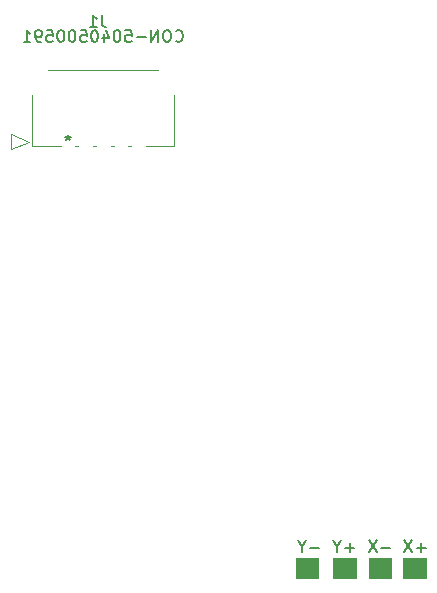
<source format=gbr>
%TF.GenerationSoftware,KiCad,Pcbnew,(5.1.10)-1*%
%TF.CreationDate,2022-06-07T21:34:51-07:00*%
%TF.ProjectId,solar-panel-WithCutout,736f6c61-722d-4706-916e-656c2d576974,1.1*%
%TF.SameCoordinates,Original*%
%TF.FileFunction,Legend,Bot*%
%TF.FilePolarity,Positive*%
%FSLAX46Y46*%
G04 Gerber Fmt 4.6, Leading zero omitted, Abs format (unit mm)*
G04 Created by KiCad (PCBNEW (5.1.10)-1) date 2022-06-07 21:34:51*
%MOMM*%
%LPD*%
G01*
G04 APERTURE LIST*
%ADD10C,0.150000*%
%ADD11C,0.100000*%
%ADD12C,0.120000*%
G04 APERTURE END LIST*
D10*
X138136523Y-143388928D02*
X137374619Y-143388928D01*
X136707952Y-143293690D02*
X136707952Y-143769880D01*
X137041285Y-142769880D02*
X136707952Y-143293690D01*
X136374619Y-142769880D01*
X144184142Y-143388928D02*
X143422238Y-143388928D01*
X143041285Y-142769880D02*
X142374619Y-143769880D01*
X142374619Y-142769880D02*
X143041285Y-143769880D01*
X141136523Y-143388928D02*
X140374619Y-143388928D01*
X140755571Y-143769880D02*
X140755571Y-143007976D01*
X139707952Y-143293690D02*
X139707952Y-143769880D01*
X140041285Y-142769880D02*
X139707952Y-143293690D01*
X139374619Y-142769880D01*
X147184142Y-143388928D02*
X146422238Y-143388928D01*
X146803190Y-143769880D02*
X146803190Y-143007976D01*
X146041285Y-142769880D02*
X145374619Y-143769880D01*
X145374619Y-142769880D02*
X146041285Y-143769880D01*
D11*
G36*
X147180500Y-145972000D02*
G01*
X145275500Y-145972000D01*
X145275500Y-144257500D01*
X147180500Y-144257500D01*
X147180500Y-145972000D01*
G37*
X147180500Y-145972000D02*
X145275500Y-145972000D01*
X145275500Y-144257500D01*
X147180500Y-144257500D01*
X147180500Y-145972000D01*
G36*
X138100000Y-145972000D02*
G01*
X136195000Y-145972000D01*
X136195000Y-144257500D01*
X138100000Y-144257500D01*
X138100000Y-145972000D01*
G37*
X138100000Y-145972000D02*
X136195000Y-145972000D01*
X136195000Y-144257500D01*
X138100000Y-144257500D01*
X138100000Y-145972000D01*
G36*
X141275000Y-145972000D02*
G01*
X139370000Y-145972000D01*
X139370000Y-144257500D01*
X141275000Y-144257500D01*
X141275000Y-145972000D01*
G37*
X141275000Y-145972000D02*
X139370000Y-145972000D01*
X139370000Y-144257500D01*
X141275000Y-144257500D01*
X141275000Y-145972000D01*
G36*
X144259500Y-145972000D02*
G01*
X142354500Y-145972000D01*
X142354500Y-144257500D01*
X144259500Y-144257500D01*
X144259500Y-145972000D01*
G37*
X144259500Y-145972000D02*
X142354500Y-145972000D01*
X142354500Y-144257500D01*
X144259500Y-144257500D01*
X144259500Y-145972000D01*
D12*
%TO.C,J1*%
X113616014Y-109000000D02*
X112092014Y-108365000D01*
X112092014Y-108365000D02*
X112092014Y-109635000D01*
X112092014Y-109635000D02*
X113616014Y-109000000D01*
X125919990Y-105030040D02*
X125919990Y-109340000D01*
X125919990Y-109340000D02*
X123515042Y-109340000D01*
X113870013Y-109340000D02*
X113870013Y-105030040D01*
X115234886Y-102900000D02*
X124555117Y-102900000D01*
X116274961Y-109340000D02*
X113870013Y-109340000D01*
X117774961Y-109340000D02*
X117515041Y-109340000D01*
X119274960Y-109340000D02*
X119015041Y-109340000D01*
X120774962Y-109340000D02*
X120515040Y-109340000D01*
X122274962Y-109340000D02*
X122015042Y-109340000D01*
D10*
X119768334Y-98292380D02*
X119768334Y-99006666D01*
X119815953Y-99149523D01*
X119911191Y-99244761D01*
X120054048Y-99292380D01*
X120149286Y-99292380D01*
X118768334Y-99292380D02*
X119339762Y-99292380D01*
X119054048Y-99292380D02*
X119054048Y-98292380D01*
X119149286Y-98435238D01*
X119244524Y-98530476D01*
X119339762Y-98578095D01*
X126014050Y-100467142D02*
X126061669Y-100514761D01*
X126204526Y-100562380D01*
X126299764Y-100562380D01*
X126442622Y-100514761D01*
X126537860Y-100419523D01*
X126585479Y-100324285D01*
X126633098Y-100133809D01*
X126633098Y-99990952D01*
X126585479Y-99800476D01*
X126537860Y-99705238D01*
X126442622Y-99610000D01*
X126299764Y-99562380D01*
X126204526Y-99562380D01*
X126061669Y-99610000D01*
X126014050Y-99657619D01*
X125395003Y-99562380D02*
X125204526Y-99562380D01*
X125109288Y-99610000D01*
X125014050Y-99705238D01*
X124966431Y-99895714D01*
X124966431Y-100229047D01*
X125014050Y-100419523D01*
X125109288Y-100514761D01*
X125204526Y-100562380D01*
X125395003Y-100562380D01*
X125490241Y-100514761D01*
X125585479Y-100419523D01*
X125633098Y-100229047D01*
X125633098Y-99895714D01*
X125585479Y-99705238D01*
X125490241Y-99610000D01*
X125395003Y-99562380D01*
X124537860Y-100562380D02*
X124537860Y-99562380D01*
X123966431Y-100562380D01*
X123966431Y-99562380D01*
X123490241Y-100181428D02*
X122728336Y-100181428D01*
X121775955Y-99562380D02*
X122252145Y-99562380D01*
X122299764Y-100038571D01*
X122252145Y-99990952D01*
X122156907Y-99943333D01*
X121918812Y-99943333D01*
X121823574Y-99990952D01*
X121775955Y-100038571D01*
X121728336Y-100133809D01*
X121728336Y-100371904D01*
X121775955Y-100467142D01*
X121823574Y-100514761D01*
X121918812Y-100562380D01*
X122156907Y-100562380D01*
X122252145Y-100514761D01*
X122299764Y-100467142D01*
X121109288Y-99562380D02*
X121014050Y-99562380D01*
X120918812Y-99610000D01*
X120871193Y-99657619D01*
X120823574Y-99752857D01*
X120775955Y-99943333D01*
X120775955Y-100181428D01*
X120823574Y-100371904D01*
X120871193Y-100467142D01*
X120918812Y-100514761D01*
X121014050Y-100562380D01*
X121109288Y-100562380D01*
X121204526Y-100514761D01*
X121252145Y-100467142D01*
X121299764Y-100371904D01*
X121347383Y-100181428D01*
X121347383Y-99943333D01*
X121299764Y-99752857D01*
X121252145Y-99657619D01*
X121204526Y-99610000D01*
X121109288Y-99562380D01*
X119918812Y-99895714D02*
X119918812Y-100562380D01*
X120156907Y-99514761D02*
X120395003Y-100229047D01*
X119775955Y-100229047D01*
X119204526Y-99562380D02*
X119109288Y-99562380D01*
X119014050Y-99610000D01*
X118966431Y-99657619D01*
X118918812Y-99752857D01*
X118871193Y-99943333D01*
X118871193Y-100181428D01*
X118918812Y-100371904D01*
X118966431Y-100467142D01*
X119014050Y-100514761D01*
X119109288Y-100562380D01*
X119204526Y-100562380D01*
X119299764Y-100514761D01*
X119347383Y-100467142D01*
X119395003Y-100371904D01*
X119442622Y-100181428D01*
X119442622Y-99943333D01*
X119395003Y-99752857D01*
X119347383Y-99657619D01*
X119299764Y-99610000D01*
X119204526Y-99562380D01*
X117966431Y-99562380D02*
X118442622Y-99562380D01*
X118490241Y-100038571D01*
X118442622Y-99990952D01*
X118347383Y-99943333D01*
X118109288Y-99943333D01*
X118014050Y-99990952D01*
X117966431Y-100038571D01*
X117918812Y-100133809D01*
X117918812Y-100371904D01*
X117966431Y-100467142D01*
X118014050Y-100514761D01*
X118109288Y-100562380D01*
X118347383Y-100562380D01*
X118442622Y-100514761D01*
X118490241Y-100467142D01*
X117299764Y-99562380D02*
X117204526Y-99562380D01*
X117109288Y-99610000D01*
X117061669Y-99657619D01*
X117014050Y-99752857D01*
X116966431Y-99943333D01*
X116966431Y-100181428D01*
X117014050Y-100371904D01*
X117061669Y-100467142D01*
X117109288Y-100514761D01*
X117204526Y-100562380D01*
X117299764Y-100562380D01*
X117395003Y-100514761D01*
X117442622Y-100467142D01*
X117490241Y-100371904D01*
X117537860Y-100181428D01*
X117537860Y-99943333D01*
X117490241Y-99752857D01*
X117442622Y-99657619D01*
X117395003Y-99610000D01*
X117299764Y-99562380D01*
X116347383Y-99562380D02*
X116252145Y-99562380D01*
X116156907Y-99610000D01*
X116109288Y-99657619D01*
X116061669Y-99752857D01*
X116014050Y-99943333D01*
X116014050Y-100181428D01*
X116061669Y-100371904D01*
X116109288Y-100467142D01*
X116156907Y-100514761D01*
X116252145Y-100562380D01*
X116347383Y-100562380D01*
X116442622Y-100514761D01*
X116490241Y-100467142D01*
X116537860Y-100371904D01*
X116585479Y-100181428D01*
X116585479Y-99943333D01*
X116537860Y-99752857D01*
X116490241Y-99657619D01*
X116442622Y-99610000D01*
X116347383Y-99562380D01*
X115109288Y-99562380D02*
X115585479Y-99562380D01*
X115633098Y-100038571D01*
X115585479Y-99990952D01*
X115490241Y-99943333D01*
X115252145Y-99943333D01*
X115156907Y-99990952D01*
X115109288Y-100038571D01*
X115061669Y-100133809D01*
X115061669Y-100371904D01*
X115109288Y-100467142D01*
X115156907Y-100514761D01*
X115252145Y-100562380D01*
X115490241Y-100562380D01*
X115585479Y-100514761D01*
X115633098Y-100467142D01*
X114585479Y-100562380D02*
X114395003Y-100562380D01*
X114299764Y-100514761D01*
X114252145Y-100467142D01*
X114156907Y-100324285D01*
X114109288Y-100133809D01*
X114109288Y-99752857D01*
X114156907Y-99657619D01*
X114204526Y-99610000D01*
X114299764Y-99562380D01*
X114490241Y-99562380D01*
X114585479Y-99610000D01*
X114633098Y-99657619D01*
X114680717Y-99752857D01*
X114680717Y-99990952D01*
X114633098Y-100086190D01*
X114585479Y-100133809D01*
X114490241Y-100181428D01*
X114299764Y-100181428D01*
X114204526Y-100133809D01*
X114156907Y-100086190D01*
X114109288Y-99990952D01*
X113156907Y-100562380D02*
X113728336Y-100562380D01*
X113442622Y-100562380D02*
X113442622Y-99562380D01*
X113537860Y-99705238D01*
X113633098Y-99800476D01*
X113728336Y-99848095D01*
X116895001Y-108452380D02*
X116895001Y-108690476D01*
X117133096Y-108595238D02*
X116895001Y-108690476D01*
X116656905Y-108595238D01*
X117037858Y-108880952D02*
X116895001Y-108690476D01*
X116752143Y-108880952D01*
%TD*%
M02*

</source>
